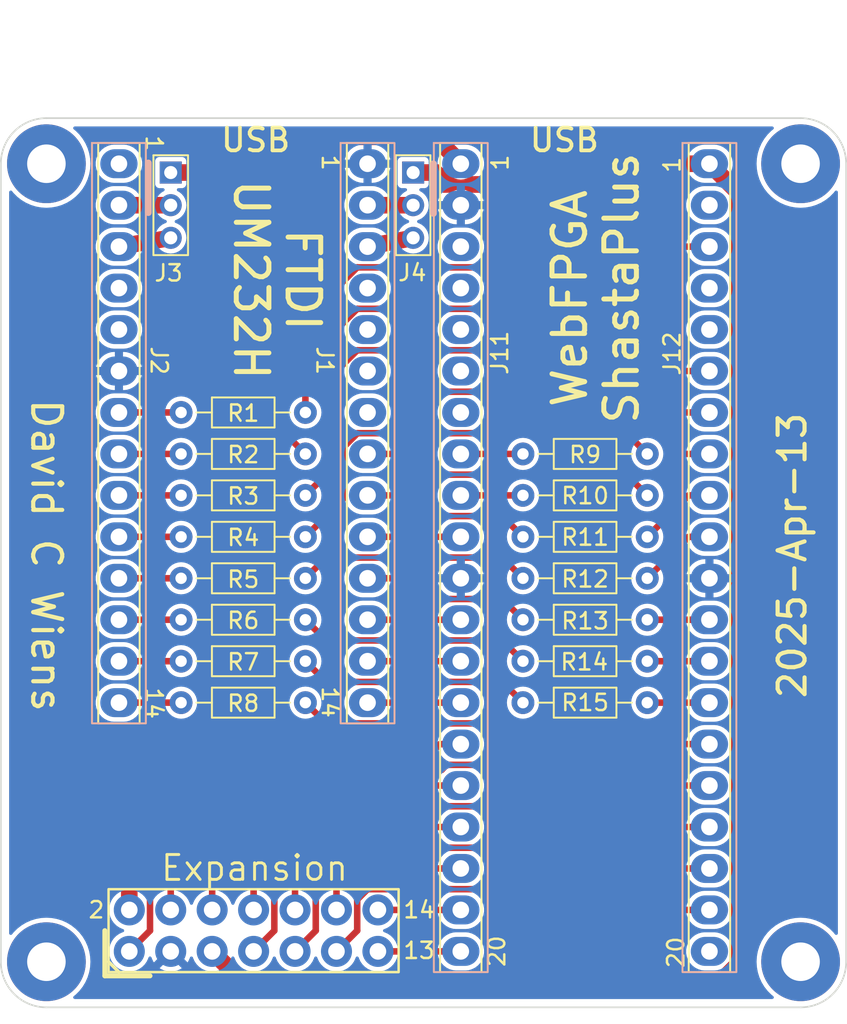
<source format=kicad_pcb>
(kicad_pcb (version 20221018) (generator pcbnew)

  (general
    (thickness 1.6)
  )

  (paper "A4")
  (layers
    (0 "F.Cu" signal)
    (31 "B.Cu" signal)
    (32 "B.Adhes" user "B.Adhesive")
    (33 "F.Adhes" user "F.Adhesive")
    (34 "B.Paste" user)
    (35 "F.Paste" user)
    (36 "B.SilkS" user "B.Silkscreen")
    (37 "F.SilkS" user "F.Silkscreen")
    (38 "B.Mask" user)
    (39 "F.Mask" user)
    (40 "Dwgs.User" user "User.Drawings")
    (41 "Cmts.User" user "User.Comments")
    (42 "Eco1.User" user "User.Eco1")
    (43 "Eco2.User" user "User.Eco2")
    (44 "Edge.Cuts" user)
    (45 "Margin" user)
    (46 "B.CrtYd" user "B.Courtyard")
    (47 "F.CrtYd" user "F.Courtyard")
    (48 "B.Fab" user)
    (49 "F.Fab" user)
    (50 "User.1" user)
    (51 "User.2" user)
    (52 "User.3" user)
    (53 "User.4" user)
    (54 "User.5" user)
    (55 "User.6" user)
    (56 "User.7" user)
    (57 "User.8" user)
    (58 "User.9" user)
  )

  (setup
    (pad_to_mask_clearance 0.0508)
    (solder_mask_min_width 0.0508)
    (pcbplotparams
      (layerselection 0x00010fc_ffffffff)
      (plot_on_all_layers_selection 0x0000000_00000000)
      (disableapertmacros false)
      (usegerberextensions false)
      (usegerberattributes true)
      (usegerberadvancedattributes true)
      (creategerberjobfile true)
      (dashed_line_dash_ratio 12.000000)
      (dashed_line_gap_ratio 3.000000)
      (svgprecision 4)
      (plotframeref false)
      (viasonmask false)
      (mode 1)
      (useauxorigin false)
      (hpglpennumber 1)
      (hpglpenspeed 20)
      (hpglpendiameter 15.000000)
      (dxfpolygonmode true)
      (dxfimperialunits true)
      (dxfusepcbnewfont true)
      (psnegative false)
      (psa4output false)
      (plotreference true)
      (plotvalue true)
      (plotinvisibletext false)
      (sketchpadsonfab false)
      (subtractmaskfromsilk false)
      (outputformat 1)
      (mirror false)
      (drillshape 1)
      (scaleselection 1)
      (outputdirectory "")
    )
  )

  (net 0 "")
  (net 1 "/VREGIN")
  (net 2 "/RST#")
  (net 3 "/AC9")
  (net 4 "/AC8")
  (net 5 "/AC7")
  (net 6 "/AC6")
  (net 7 "/AC5")
  (net 8 "/AC4")
  (net 9 "/AC3")
  (net 10 "/AC2")
  (net 11 "/AC1")
  (net 12 "/AC0")
  (net 13 "/SHLD")
  (net 14 "/VCCIO")
  (net 15 "/3V3-U")
  (net 16 "/PU2")
  (net 17 "/PU1")
  (net 18 "/AD0")
  (net 19 "/AD1")
  (net 20 "/AD2")
  (net 21 "/AD3")
  (net 22 "/AD4")
  (net 23 "/AD5")
  (net 24 "/AD6")
  (net 25 "/AD7")
  (net 26 "/3V3-F")
  (net 27 "/SPI-MISO")
  (net 28 "/CDONE")
  (net 29 "/CRESET")
  (net 30 "/SPI-CS")
  (net 31 "/SPI-MOSI")
  (net 32 "/USR03")
  (net 33 "/G3-USR04")
  (net 34 "/USR05")
  (net 35 "/USR06")
  (net 36 "/USR07")
  (net 37 "/USR08")
  (net 38 "/5V0-F")
  (net 39 "/SPI-CLK")
  (net 40 "/USR30")
  (net 41 "/RGB2")
  (net 42 "/RGB0")
  (net 43 "/USR27")
  (net 44 "/USR26")
  (net 45 "/USR25")
  (net 46 "/USR24")
  (net 47 "/USR23")
  (net 48 "/USR22")
  (net 49 "/USR21")
  (net 50 "/USR20")
  (net 51 "GND")
  (net 52 "/VBUS")
  (net 53 "/USR09")
  (net 54 "/USR10")
  (net 55 "/USR11")
  (net 56 "/USR12")
  (net 57 "/G0_USR13")
  (net 58 "/USR14")
  (net 59 "/USR19")
  (net 60 "/USR18")
  (net 61 "/G6_USR17")
  (net 62 "/G1_USR15")
  (net 63 "/NEO_OUT")
  (net 64 "/RGB1")

  (footprint "Resistor_THT:R_Axial_DIN0204_L3.6mm_D1.6mm_P7.62mm_Horizontal" (layer "F.Cu") (at 43.815 53.34 180))

  (footprint "Resistor_THT:R_Axial_DIN0204_L3.6mm_D1.6mm_P7.62mm_Horizontal" (layer "F.Cu") (at 43.815 45.72 180))

  (footprint "0_DCW_Library:Conn_2x7_hole40mil_pad60-75mil_pitch100mil" (layer "F.Cu") (at 40.64 74.93 90))

  (footprint "Resistor_THT:R_Axial_DIN0204_L3.6mm_D1.6mm_P7.62mm_Horizontal" (layer "F.Cu") (at 43.815 48.26 180))

  (footprint "Resistor_THT:R_Axial_DIN0204_L3.6mm_D1.6mm_P7.62mm_Horizontal" (layer "F.Cu") (at 57.15 60.96))

  (footprint "Resistor_THT:R_Axial_DIN0204_L3.6mm_D1.6mm_P7.62mm_Horizontal" (layer "F.Cu") (at 57.15 48.26))

  (footprint "Resistor_THT:R_Axial_DIN0204_L3.6mm_D1.6mm_P7.62mm_Horizontal" (layer "F.Cu") (at 57.15 53.34))

  (footprint "Resistor_THT:R_Axial_DIN0204_L3.6mm_D1.6mm_P7.62mm_Horizontal" (layer "F.Cu") (at 64.77 45.72 180))

  (footprint "Resistor_THT:R_Axial_DIN0204_L3.6mm_D1.6mm_P7.62mm_Horizontal" (layer "F.Cu") (at 43.815 58.42 180))

  (footprint "Resistor_THT:R_Axial_DIN0204_L3.6mm_D1.6mm_P7.62mm_Horizontal" (layer "F.Cu") (at 43.815 50.8 180))

  (footprint "0_DCW_Library:CON_1x20_hole40mil_pad60mil_pitch100mil" (layer "F.Cu") (at 68.58 52.07))

  (footprint "0_DCW_Library:MountingHole_hole93mil_pad190mil" (layer "F.Cu") (at 74.168 27.94))

  (footprint "Resistor_THT:R_Axial_DIN0204_L3.6mm_D1.6mm_P7.62mm_Horizontal" (layer "F.Cu") (at 43.815 43.18 180))

  (footprint "Connector_PinHeader_2.00mm:PinHeader_1x03_P2.00mm_Vertical" (layer "F.Cu") (at 50.419 28.48))

  (footprint "0_DCW_Library:CON_1x14_hole40mil_pad60mil_pitch100mil" (layer "F.Cu") (at 32.385 44.45))

  (footprint "0_DCW_Library:MountingHole_hole93mil_pad190mil" (layer "F.Cu") (at 27.94 76.835))

  (footprint "0_DCW_Library:MOD_EasyWEB-ShastaPlus" (layer "F.Cu") (at 60.96 44.45))

  (footprint "Resistor_THT:R_Axial_DIN0204_L3.6mm_D1.6mm_P7.62mm_Horizontal" (layer "F.Cu") (at 43.815 55.88 180))

  (footprint "Connector_PinHeader_2.00mm:PinHeader_1x03_P2.00mm_Vertical" (layer "F.Cu") (at 35.56 28.48))

  (footprint "Resistor_THT:R_Axial_DIN0204_L3.6mm_D1.6mm_P7.62mm_Horizontal" (layer "F.Cu") (at 43.815 60.96 180))

  (footprint "0_DCW_Library:MountingHole_hole93mil_pad190mil" (layer "F.Cu") (at 27.94 27.94))

  (footprint "0_DCW_Library:MountingHole_hole93mil_pad190mil" (layer "F.Cu") (at 74.168 76.835))

  (footprint "Resistor_THT:R_Axial_DIN0204_L3.6mm_D1.6mm_P7.62mm_Horizontal" (layer "F.Cu") (at 57.15 58.42))

  (footprint "Resistor_THT:R_Axial_DIN0204_L3.6mm_D1.6mm_P7.62mm_Horizontal" (layer "F.Cu") (at 57.15 55.88))

  (footprint "0_DCW_Library:CON_1x20_hole40mil_pad60mil_pitch100mil" (layer "F.Cu") (at 53.34 52.07))

  (footprint "0_DCW_Library:MOD_FTDI-UM232H" (layer "F.Cu") (at 40.005 44.4482))

  (footprint "0_DCW_Library:CON_1x14_hole40mil_pad60mil_pitch100mil" (layer "F.Cu") (at 47.625 44.45))

  (footprint "Resistor_THT:R_Axial_DIN0204_L3.6mm_D1.6mm_P7.62mm_Horizontal" (layer "F.Cu") (at 57.15 50.8))

  (gr_line (start 51.6636 27.94) (end 51.6636 30.988)
    (stroke (width 0.4064) (type default)) (layer "B.SilkS") (tstamp 7087776d-8778-4a49-a731-0318b51c21ca))
  (gr_line (start 34.1884 27.8892) (end 34.1884 30.9372)
    (stroke (width 0.4064) (type default)) (layer "B.SilkS") (tstamp c9ca4654-56a2-4514-a159-3a8a82039861))
  (gr_line (start 74.168 79.629) (end 27.94 79.629)
    (stroke (width 0.1016) (type default)) (layer "Edge.Cuts") (tstamp 686b7f70-15ea-4f3a-b4f0-dc76dfdb4450))
  (gr_line (start 76.962 27.94) (end 76.962 76.835)
    (stroke (width 0.1016) (type default)) (layer "Edge.Cuts") (tstamp a1b000bc-d107-48bd-a464-580352f821be))
  (gr_arc (start 27.94 79.629) (mid 25.964344 78.810656) (end 25.146 76.835)
    (stroke (width 0.1016) (type default)) (layer "Edge.Cuts") (tstamp a9ea9917-31c1-4de3-b4f3-415707ffafbe))
  (gr_arc (start 76.962 76.835) (mid 76.143657 78.810657) (end 74.168 79.629)
    (stroke (width 0.1016) (type default)) (layer "Edge.Cuts") (tstamp ad4f9124-13ba-4241-9a69-6cb189b5665a))
  (gr_arc (start 25.146 27.94) (mid 25.964344 25.964344) (end 27.94 25.146)
    (stroke (width 0.1016) (type default)) (layer "Edge.Cuts") (tstamp cf86406e-50e0-4f65-b811-3dc60cf1fd22))
  (gr_arc (start 74.168 25.146) (mid 76.143657 25.964343) (end 76.962 27.94)
    (stroke (width 0.1016) (type default)) (layer "Edge.Cuts") (tstamp df2908ea-ce70-48fb-9eec-784d4e36a195))
  (gr_line (start 25.146 76.835) (end 25.146 27.94)
    (stroke (width 0.1016) (type default)) (layer "Edge.Cuts") (tstamp e2d5981b-b437-4c95-9b52-428fb2abca9a))
  (gr_line (start 27.94 25.146) (end 74.168 25.146)
    (stroke (width 0.1016) (type default)) (layer "Edge.Cuts") (tstamp efa1a3e2-f4a0-4b6e-ba3a-783e1c73bcc9))
  (gr_text "2" (at 30.4292 73.66) (layer "F.SilkS") (tstamp 13698a10-5758-4bfc-a72f-177126258c67)
    (effects (font (size 1 1) (thickness 0.15)) (justify left))
  )
  (gr_text "2025-Apr-13" (at 73.66 51.943 90) (layer "F.SilkS") (tstamp 19e157e0-ffd8-4bed-a12e-42da24f42383)
    (effects (font (size 1.651 1.651) (thickness 0.254)))
  )
  (gr_text "UM232H" (at 40.4876 35.052 -90) (layer "F.SilkS") (tstamp 1d598f9e-e43f-4dad-b17e-c6504193c14c)
    (effects (font (size 2 2) (thickness 0.3048)))
  )
  (gr_text "ShastaPlus" (at 63.1952 35.56 90) (layer "F.SilkS") (tstamp 2185586c-8b4f-42c4-a46a-cc01f580ebfa)
    (effects (font (size 2 2) (thickness 0.3048)))
  )
  (gr_text "14" (at 45.339 61.976 -90) (layer "F.SilkS") (tstamp 24b69c31-cebc-49ef-8ef3-83090dafdaed)
    (effects (font (size 1 1) (thickness 0.15)) (justify right))
  )
  (gr_text "USB" (at 59.69 27.305) (layer "F.SilkS") (tstamp 34ab7776-4796-405d-b7de-821f6816b3e3)
    (effects (font (size 1.397 1.397) (thickness 0.2286) bold) (justify bottom))
  )
  (gr_text "20" (at 66.5226 75.2094 90) (layer "F.SilkS") (tstamp 483b403e-6db8-4229-bb81-279c9096a112)
    (effects (font (size 1 1) (thickness 0.15)) (justify right))
  )
  (gr_text "13" (at 49.7332 76.1492) (layer "F.SilkS") (tstamp 56b5991f-0db1-4d21-88b0-5582ae2e0c9d)
    (effects (font (size 1 1) (thickness 0.15)) (justify left))
  )
  (gr_text "1" (at 66.294 27.432 90) (layer "F.SilkS") (tstamp 6512ac54-3f8f-4df3-a51f-ff0aee80b98e)
    (effects (font (size 1 1) (thickness 0.15)) (justify right))
  )
  (gr_text "FTDI" (at 43.6626 35.052 -90) (layer "F.SilkS") (tstamp 6c3a07c2-50d5-433c-a6bb-e7503196f95b)
    (effects (font (size 2 2) (thickness 0.3048)))
  )
  (gr_text "1" (at 55.753 28.448 90) (layer "F.SilkS") (tstamp 813a749f-8892-4452-9863-2236b8f6cd34)
    (effects (font (size 1 1) (thickness 0.15)) (justify left))
  )
  (gr_text "14" (at 34.544 59.944 -90) (layer "F.SilkS") (tstamp 86d881c2-330e-4ca5-baf9-76b8f04c36a1)
    (effects (font (size 1 1) (thickness 0.15)) (justify left))
  )
  (gr_text "1" (at 45.339 28.448 -90) (layer "F.SilkS") (tstamp 8e94c868-874c-4f57-b040-638950370487)
    (effects (font (size 1 1) (thickness 0.15)) (justify right))
  )
  (gr_text "WebFPGA" (at 60.0202 36.195 90) (layer "F.SilkS") (tstamp 91cdfa1b-595e-4df6-a946-8be26ea98e45)
    (effects (font (size 2 2) (thickness 0.3048)))
  )
  (gr_text "David C Wiens" (at 27.94 51.943 -90) (layer "F.SilkS") (tstamp 91f8bf9e-7218-4692-aa6c-1f5c71a7b168)
    (effects (font (size 1.778 1.778) (thickness 0.254)))
  )
  (gr_text "USB" (at 40.767 27.305) (layer "F.SilkS") (tstamp 9dd3f63f-a44d-4771-9558-7696acf7c465)
    (effects (font (size 1.397 1.397) (thickness 0.2286) bold) (justify bottom))
  )
  (gr_text "20" (at 55.5498 77.2414 90) (layer "F.SilkS") (tstamp a615ff3b-e867-41e0-ac0f-a398f0174563)
    (effects (font (size 1 1) (thickness 0.15)) (justify left))
  )
  (gr_text "Expansion" (at 34.8488 71.9836) (layer "F.SilkS") (tstamp c2b4b248-2c35-4157-98f1-aad50e567645)
    (effects (font (size 1.524 1.524) (thickness 0.1778)) (justify left bottom))
  )
  (gr_text "1" (at 34.544 26.1112 -90) (layer "F.SilkS") (tstamp e2ef1350-d685-4374-aedc-da4888857d72)
    (effects (font (size 1 1) (thickness 0.15)) (justify left))
  )
  (gr_text "14" (at 49.7332 73.66) (layer "F.SilkS") (tstamp fb62c186-a1c4-4060-b869-237e15bee342)
    (effects (font (size 1 1) (thickness 0.15)) (justify left))
  )

  (segment (start 50.419 30.48) (end 47.625 30.48) (width 1.016) (layer "F.Cu") (net 1) (tstamp ecd10211-a4dc-4884-9510-231a91075fa4))
  (segment (start 51.435 44.45) (end 50.165 45.72) (width 0.4) (layer "F.Cu") (net 6) (tstamp 12b3f6d0-aa61-448c-b5ad-f81b5d8b169e))
  (segment (start 64.77 45.72) (end 63.5 44.45) (width 0.4) (layer "F.Cu") (net 6) (tstamp 29907bae-6209-4b27-abb5-98bc8e2a6711))
  (segment (start 50.165 45.72) (end 47.625 45.72) (width 0.4) (layer "F.Cu") (net 6) (tstamp a3dd724d-fe37-4a5b-b7e6-3fb9222e20fe))
  (segment (start 63.5 44.45) (end 51.435 44.45) (width 0.4) (layer "F.Cu") (net 6) (tstamp e5ba7b7e-1ef4-44ff-bf18-5594264140b1))
  (segment (start 63.5 46.99) (end 64.77 48.26) (width 0.4) (layer "F.Cu") (net 7) (tstamp a34498d1-07aa-464b-93ff-16bb3612c74d))
  (segment (start 47.625 48.26) (end 50.165 48.26) (width 0.4) (layer "F.Cu") (net 7) (tstamp bfdf1b4e-c3f9-4b23-8cfd-bc5fff6da58a))
  (segment (start 50.165 48.26) (end 51.435 46.99) (width 0.4) (layer "F.Cu") (net 7) (tstamp d69beceb-81ac-4cd7-87ce-66f1b4292a28))
  (segment (start 51.435 46.99) (end 63.5 46.99) (width 0.4) (layer "F.Cu") (net 7) (tstamp ea707615-82e7-4696-8f8a-deb7333db31e))
  (segment (start 47.625 50.8) (end 50.165 50.8) (width 0.4) (layer "F.Cu") (net 8) (tstamp 03ec327d-f94e-4571-9051-ad0f998416aa))
  (segment (start 55.88 49.53) (end 57.15 50.8) (width 0.4) (layer "F.Cu") (net 8) (tstamp 3a3aaac3-4df1-4295-b298-4b2efe6192ff))
  (segment (start 51.435 49.53) (end 55.88 49.53) (width 0.4) (layer "F.Cu") (net 8) (tstamp 648f4665-97a7-4d27-bfd7-e319899fe950))
  (segment (start 50.165 50.8) (end 51.435 49.53) (width 0.4) (layer "F.Cu") (net 8) (tstamp ba8425f9-8674-4b0c-b379-e69b4e745581))
  (segment (start 50.165 53.34) (end 51.435 52.07) (width 0.4) (layer "F.Cu") (net 9) (tstamp 2b26eb5f-1217-4e64-aada-32efef397750))
  (segment (start 47.625 53.34) (end 50.165 53.34) (width 0.4) (layer "F.Cu") (net 9) (tstamp 44b0fac4-49dd-47df-a2c6-4c49d656ce58))
  (segment (start 55.88 52.07) (end 57.15 53.34) (width 0.4) (layer "F.Cu") (net 9) (tstamp 8018eeaa-0faf-4ce0-9170-88eb097f357e))
  (segment (start 51.435 52.07) (end 55.88 52.07) (width 0.4) (layer "F.Cu") (net 9) (tstamp a8b70887-0d10-4043-a3ce-1142542d8116))
  (segment (start 50.165 55.88) (end 51.435 54.61) (width 0.4) (layer "F.Cu") (net 10) (tstamp 095394da-28f6-4116-b72a-9036796491ae))
  (segment (start 55.88 54.61) (end 57.15 55.88) (width 0.4) (layer "F.Cu") (net 10) (tstamp 2776efa9-4f64-4788-85fc-22f99b3a436b))
  (segment (start 47.625 55.88) (end 50.165 55.88) (width 0.4) (layer "F.Cu") (net 10) (tstamp f1000383-6673-4063-9fe8-a99af25cf4c3))
  (segment (start 51.435 54.61) (end 55.88 54.61) (width 0.4) (layer "F.Cu") (net 10) (tstamp fb1a40a9-6c9e-47b3-b1cb-77a1158c7279))
  (segment (start 47.625 58.42) (end 50.165 58.42) (width 0.4) (layer "F.Cu") (net 11) (tstamp 27bb9547-e865-42c9-a08c-7e6db73dc9e1))
  (segment (start 55.88 57.15) (end 57.15 58.42) (width 0.4) (layer "F.Cu") (net 11) (tstamp 46369d2c-e073-43dd-aa69-4727681f8b3c))
  (segment (start 50.165 58.42) (end 51.435 57.15) (width 0.4) (layer "F.Cu") (net 11) (tstamp 74c98145-0169-4c79-994e-32b8747c72c7))
  (segment (start 51.435 57.15) (end 55.88 57.15) (width 0.4) (layer "F.Cu") (net 11) (tstamp b23ccaa6-a2b5-4ca3-8000-a200c82c8422))
  (segment (start 47.625 60.96) (end 50.165 60.96) (width 0.4) (layer "F.Cu") (net 12) (tstamp 6bb3bc4b-c47b-4eb8-8f68-7e29c050cafb))
  (segment (start 51.435 59.69) (end 55.88 59.69) (width 0.4) (layer "F.Cu") (net 12) (tstamp 78a721aa-83a9-4bbd-b79d-e24a18a64c6e))
  (segment (start 55.88 59.69) (end 57.15 60.96) (width 0.4) (layer "F.Cu") (net 12) (tstamp b51b0eea-b63f-4a36-bc79-96caa02e7293))
  (segment (start 50.165 60.96) (end 51.435 59.69) (width 0.4) (layer "F.Cu") (net 12) (tstamp b98ca60c-0d63-46b3-a457-9f6f402dc619))
  (segment (start 35.56 30.48) (end 32.385 30.48) (width 1.016) (layer "F.Cu") (net 14) (tstamp 1e722d9d-5956-4668-919d-c64c00ab1934))
  (segment (start 35.56 32.48) (end 32.385 33.02) (width 1.016) (layer "F.Cu") (net 15) (tstamp 10d9f4ac-04eb-4fbe-9631-282cd8b8f715))
  (segment (start 32.385 43.18) (end 36.195 43.18) (width 0.4) (layer "F.Cu") (net 18) (tstamp fa21827f-27ef-4313-9a31-6baeac5bb7e2))
  (segment (start 32.385 45.72) (end 36.195 45.72) (width 0.4) (layer "F.Cu") (net 19) (tstamp 501987de-6c58-4725-8939-4093fed80177))
  (segment (start 36.195 48.26) (end 32.385 48.26) (width 0.4) (layer "F.Cu") (net 20) (tstamp 435f545a-fc52-45b3-83a6-00341c8152fc))
  (segment (start 36.195 50.8) (end 32.385 50.8) (width 0.4) (layer "F.Cu") (net 21) (tstamp 050ea19a-ee6d-4a29-bbde-2ef8e475400c))
  (segment (start 36.195 53.34) (end 32.385 53.34) (width 0.4) (layer "F.Cu") (net 22) (tstamp a27ec46d-7725-4766-a377-09b975f9be92))
  (segment (start 36.195 55.88) (end 32.385 55.88) (width 0.4) (layer "F.Cu") (net 23) (tstamp 8b4f95b6-678b-41fd-8a64-e295201125f4))
  (segment (start 36.195 58.42) (end 32.385 58.42) (width 0.4) (layer "F.Cu") (net 24) (tstamp 5a2344ad-59ba-4ec8-ae2b-601bb5fdc6bb))
  (segment (start 36.195 60.96) (end 32.385 60.96) (width 0.4) (layer "F.Cu") (net 25) (tstamp ca587537-17eb-443b-9880-4b7d64c92e9d))
  (segment (start 51.735567 26.289) (end 53.34 27.893433) (width 1.016) (layer "F.Cu") (net 26) (tstamp 2530a892-0d3a-45b0-a131-3903b65dc2b9))
  (segment (start 41.148 28.48) (end 41.148 60.452) (width 1.016) (layer "F.Cu") (net 26) (tstamp 25c666b5-6cde-4f9c-a954-834b3f41fcf0))
  (segment (start 41.148 28.48) (end 41.148 28.448) (width 1.016) (layer "F.Cu") (net 26) (tstamp 28860215-39dc-4d6a-9ed3-4354ddcfb651))
  (segment (start 41.148 28.448) (end 43.307 26.289) (width 1.016) (layer "F.Cu") (net 26) (tstamp 37f9e4a5-3d2e-4ca1-9c01-eb8a00901925))
  (segment (start 43.307 26.289) (end 51.735567 26.289) (width 1.016) (layer "F.Cu") (net 26) (tstamp 3c56153f-ef5e-4950-b874-644d5c919fa5))
  (segment (start 33.02 68.58) (end 33.02 73.66) (width 1.016) (layer "F.Cu") (net 26) (tstamp 3e668902-d1d8-46df-8ed2-ae1fddeefd7b))
  (segment (start 53.34 27.893433) (end 53.34 27.94) (width 1.016) (layer "F.Cu") (net 26) (tstamp b76fd991-d75d-4267-b53a-b074bd011440))
  (segment (start 41.148 60.452) (end 33.02 68.58) (width 1.016) (layer "F.Cu") (net 26) (tstamp db89839c-dd14-4473-9f77-efbe28645be3))
  (segment (start 35.56 28.48) (end 41.148 28.48) (width 1.016) (layer "F.Cu") (net 26) (tstamp dcb05cb3-4092-45dc-8a85-32ef327c12c0))
  (segment (start 57.15 45.72) (end 53.34 45.72) (width 0.4) (layer "F.Cu") (net 32) (tstamp 23ae96dc-639a-4097-a7b0-82b511be16f5))
  (segment (start 53.34 48.26) (end 57.15 48.26) (width 0.4) (layer "F.Cu") (net 33) (tstamp 461ea27e-e1de-4eac-9ce4-dcfac4882775))
  (segment (start 45.085 52.07) (end 43.815 53.34) (width 0.4) (layer "F.Cu") (net 34) (tstamp 04c3159b-c182-4d8d-8ed6-adae52302341))
  (segment (start 50.165 52.07) (end 45.085 52.07) (width 0.4) (layer "F.Cu") (net 34) (tstamp 073d645c-f98b-4cb4-b35a-fb2828d7ee6d))
  (segment (start 53.34 50.8) (end 51.435 50.8) (width 0.4) (layer "F.Cu") (net 34) (tstamp 80fdb410-a07f-40b4-87e9-8f2139bbbe74))
  (segment (start 51.435 50.8) (end 50.165 52.07) (width 0.4) (layer "F.Cu") (net 34) (tstamp 88245dda-6863-43ed-b6fb-1f502b6679ee))
  (segment (start 50.165 57.15) (end 51.435 55.88) (width 0.4) (layer "F.Cu") (net 35) (tstamp 4c44891f-06dd-4c7a-8ba1-209c310c182d))
  (segment (start 51.435 55.88) (end 53.34 55.88) (width 0.4) (layer "F.Cu") (net 35) (tstamp 5e32055b-e4cc-4256-baba-68003995d0ae))
  (segment (start 50.165 57.15) (end 45.085 57.15) (width 0.4) (layer "F.Cu") (net 35) (tstamp 9e9bb660-b24b-4e86-88c9-44655cd8ac66))
  (segment (start 45.085 57.15) (end 43.815 55.88) (width 0.4) (layer "F.Cu") (net 35) (tstamp cf3e383e-ef41-4211-a116-71c7a0028a4d))
  (segment (start 51.435 58.42) (end 53.34 58.42) (width 0.4) (layer "F.Cu") (net 36) (tstamp 0afcd6d6-c50b-4121-acc2-23a7b4f6d431))
  (segment (start 50.165 59.69) (end 45.085 59.69) (width 0.4) (layer "F.Cu") (net 36) (tstamp 59a96ae2-397a-4de8-afc6-d70c2dbab904))
  (segment (start 45.085 59.69) (end 43.815 58.42) (width 0.4) (layer "F.Cu") (net 36) (tstamp 7104b951-5a17-4432-b58f-3d4076962a56))
  (segment (start 50.165 59.69) (end 51.435 58.42) (width 0.4) (layer "F.Cu") (net 36) (tstamp 8c012b66-2114-46d0-9c62-1c11d5ed7f07))
  (segment (start 50.165 62.23) (end 51.435 60.96) (width 0.4) (layer "F.Cu") (net 37) (tstamp 0fae0351-69d4-4e29-847a-c20d9b69559e))
  (segment (start 50.165 62.23) (end 45.085 62.23) (width 0.4) (layer "F.Cu") (net 37) (tstamp 44b386b1-67cf-4c5f-a2ce-c92eb03bbd66))
  (segment (start 51.435 60.96) (end 53.34 60.96) (width 0.4) (layer "F.Cu") (net 37) (tstamp 4d9447a5-b650-4492-b9c5-3e04d162e658))
  (segment (start 45.085 62.23) (end 43.815 60.96) (width 0.4) (layer "F.Cu") (net 37) (tstamp 8f70451d-cacc-4d55-b5df-4fb430f0d580))
  (segment (start 58.42 27.94) (end 57.15 29.21) (width 1.016) (layer "F.Cu") (net 38) (tstamp 19822b3e-ac00-4fb9-8e72-9f6a96ca3c5c))
  (segment (start 50.419 28.48) (end 51.594 28.48) (width 1.016) (layer "F.Cu") (net 38) (tstamp 219fd9c4-9206-430a-83f3-7708d4062424))
  (segment (start 68.58 27.94) (end 70.358 29.718) (width 1.016) (layer "F.Cu") (net 38) (tstamp 25ff3c93-ef59-463b-815e-d270270918d4))
  (segment (start 57.15 29.21) (end 54.229 29.21) (width 1.016) (layer "F.Cu") (net 38) (tstamp 2d620ffc-07fc-48b0-81ab-c44bac1a9380))
  (segment (start 69.342 77.978) (end 39.878 77.978) (width 1.016) (layer "F.Cu") (net 38) (tstamp 3519c5ff-e1f2-48e6-ab24-3bec91581b6b))
  (segment (start 39.878 77.978) (end 38.1 76.2) (width 1.016) (layer "F.Cu") (net 38) (tstamp 68c62ad8-c17c-482c-8f3f-818171d5f980))
  (segment (start 70.358 29.718) (end 70.358 76.962) (width 1.016) (layer "F.Cu") (net 38) (tstamp b02e3dd4-c8a2-4246-be89-72f36e32e9d2))
  (segment (start 70.358 76.962) (end 69.342 77.978) (width 1.016) (layer "F.Cu") (net 38) (tstamp b6137689-d9ea-46e6-a0ee-3bc208db2231))
  (segment (start 68.58 27.94) (end 58.42 27.94) (width 1.016) (layer "F.Cu") (net 38) (tstamp c268f534-4256-4701-93b1-0c05f6d1c0d4))
  (segment (start 54.229 29.21) (end 52.324 29.21) (width 0.4572) (layer "F.Cu") (net 38) (tstamp c6606e14-ca4c-4330-b6a4-cd0dd51216ff))
  (segment (start 51.594 28.48) (end 52.324 29.21) (width 1.016) (layer "F.Cu") (net 38) (tstamp fba733fb-0659-470e-ad2f-a7335c1643f1))
  (segment (start 42.545 44.45) (end 42.545 38.735) (width 0.4) (layer "F.Cu") (net 40) (tstamp 1647947a-eec7-4d8b-b04a-7decb24e29fe))
  (segment (start 46.99 34.29) (end 62.2935 34.29) (width 0.4) (layer "F.Cu") (net 40) (tstamp a355030f-14c1-4044-94b3-f4fc50aec8fb))
  (segment (start 42.545 38.735) (end 46.99 34.29) (width 0.4) (layer "F.Cu") (net 40) (tstamp b7662a32-96f3-4d90-998b-12035ae4b12c))
  (segment (start 63.5635 33.02) (end 68.58 33.02) (width 0.4) (layer "F.Cu") (net 40) (tstamp cf247a75-b05d-4c50-a174-b5973b06dc84))
  (segment (start 43.815 45.72) (end 42.545 44.45) (width 0.4) (layer "F.Cu") (net 40) (tstamp e30f89ff-6fbb-4351-8638-42937802ba0a))
  (segment (start 62.2935 34.29) (end 63.5635 33.02) (width 0.4) (layer "F.Cu") (net 40) (tstamp f0bc0557-d9a3-40bc-a745-37c951294620))
  (segment (start 46.99 36.83) (end 43.815 40.005) (width 0.4) (layer "F.Cu") (net 43) (tstamp 18c872ab-1b46-4e35-b75b-2476e02ec78f))
  (segment (start 66.675 40.64) (end 62.865 36.83) (width 0.4) (layer "F.Cu") (net 43) (tstamp 1a230011-332d-4895-9fa1-6b82d701284e))
  (segment (start 43.815 40.005) (end 43.815 43.18) (width 0.4) (layer "F.Cu") (net 43) (tstamp 267c281d-ff4d-44d6-b23e-6be8c7d08e20))
  (segment (start 62.865 36.83) (end 46.99 36.83) (width 0.4) (layer "F.Cu") (net 43) (tstamp 63366ef0-61f6-4a69-b536-205616f6457c))
  (segment (start 68.58 40.64) (end 66.675 40.64) (width 0.4) (layer "F.Cu") (net 43) (tstamp 97df9819-094f-4da3-a9d1-fd64a395fc84))
  (segment (start 46.99 39.37) (end 45.212 41.148) (width 0.4) (layer "F.Cu") (net 44) (tstamp 127f2c65-f266-4410-9271-920204d131e1))
  (segment (start 66.732888 43.18) (end 62.922888 39.37) (width 0.4) (layer "F.Cu") (net 44) (tstamp 21dec9d3-74cf-4ed5-abd2-61efa07d84b5))
  (segment (start 68.58 43.18) (end 66.732888 43.18) (width 0.4) (layer "F.Cu") (net 44) (tstamp 22be568b-c832-46e3-b6a0-6ca2cac5d3a9))
  (segment (start 62.922888 39.37) (end 46.99 39.37) (width 0.4) (layer "F.Cu") (net 44) (tstamp a03927ae-5b64-4ff1-95b0-6906a884e091))
  (segment (start 45.212 46.863) (end 43.815 48.26) (width 0.4) (layer "F.Cu") (net 44) (tstamp ba05f26d-435d-4b18-8dbd-d92e6c525d58))
  (segment (start 45.212 41.148) (end 45.212 46.863) (width 0.4) (layer "F.Cu") (net 44) (tstamp e4b7cd8a-ecd6-4496-960c-f0030fc514ba))
  (segment (start 63.0428 41.91) (end 51.435 41.91) (width 0.4) (layer "F.Cu") (net 45) (tstamp 19d70c5e-6133-4c6c-a9b8-c4420cdcbb23))
  (segment (start 51.435 41.91) (end 48.895 44.45) (width 0.4) (layer "F.Cu") (net 45) (tstamp 2750215d-c3d0-47db-a275-34a748751bcb))
  (segment (start 46.101 48.514) (end 43.815 50.8) (width 0.4) (layer "F.Cu") (net 45) (tstamp 470fc04f-3eae-46df-8656-efc8f4f9adf3))
  (segment (start 68.58 45.72) (end 66.8528 45.72) (width 0.4) (layer "F.Cu") (net 45) (tstamp 50915f79-efa1-4fee-98a2-45c6008fe66a))
  (segment (start 47.006535 44.45) (end 46.101 45.355535) (width 0.4) (layer "F.Cu") (net 45) (tstamp 5401c16d-f2ad-4127-8f15-8767364a620f))
  (segment (start 46.101 45.355535) (end 46.101 48.514) (width 0.4) (layer "F.Cu") (net 45) (tstamp 68c50bb9-21a7-40d7-a3e7-1e89bf4e40e2))
  (segment (start 66.8528 45.72) (end 63.0428 41.91) (width 0.4) (layer "F.Cu") (net 45) (tstamp 72908cbc-05fc-443b-b27c-150b9bc35457))
  (segment (start 48.895 44.45) (end 47.006535 44.45) (width 0.4) (layer "F.Cu") (net 45) (tstamp e0c9e648-52fa-4eb3-8353-a497181939c3))
  (segment (start 67.31 48.26) (end 64.77 50.8) (width 0.4) (layer "F.Cu") (net 46) (tstamp 11a5f202-c8d1-4a50-9ba0-b3dc6195c8bc))
  (segment (start 68.58 48.26) (end 67.31 48.26) (width 0.4) (layer "F.Cu") (net 46) (tstamp bc1a8a70-54ef-4c9d-9c1b-31d251a14132))
  (segment (start 67.31 50.8) (end 64.77 53.34) (width 0.4) (layer "F.Cu") (net 47) (tstamp 14176784-d8b7-485b-9819-68e97c6ac1fc))
  (segment (start 68.58 50.8) (end 67.31 50.8) (width 0.4) (layer "F.Cu") (net 47) (tstamp 76de305c-0797-4938-86f0-967e89f664b7))
  (segment (start 68.58 55.88) (end 64.77 55.88) (width 0.4) (layer "F.Cu") (net 48) (tstamp a17eedad-37eb-4084-8c7a-f79591c1cb08))
  (segment (start 68.58 58.42) (end 64.77 58.42) (width 0.4) (layer "F.Cu") (net 49) (tstamp 3098f14a-f6dd-4d25-811f-37606a2e0363))
  (segment (start 68.58 60.96) (end 64.77 60.96) (width 0.4) (layer "F.Cu") (net 50) (tstamp dfadc56c-591b-43ab-9824-7d2072678134))
  (segment (start 50.419 32.48) (end 47.625 33.02) (width 1.016) (layer "F.Cu") (net 52) (tstamp 7a23c737-4db6-46b0-9ead-52b962556085))
  (segment (start 35.56 71.0184) (end 35.56 73.66) (width 0.4) (layer "F.Cu") (net 53) (tstamp 28a9dd7f-e9e4-4dde-8f88-5c9fde74027c))
  (segment (start 51.435 64.135) (end 42.4434 64.135) (width 0.4) (layer "F.Cu") (net 53) (tstamp 2e5fdaa0-77e7-4a02-92c0-f6de38a6d4cf))
  (segment (start 42.4434 64.135) (end 35.56 71.0184) (width 0.4) (layer "F.Cu") (net 53) (tstamp 40ea0e62-d95d-4034-bd27-8e0488532d71))
  (segment (start 52.07 63.5) (end 51.435 64.135) (width 0.4) (layer "F.Cu") (net 53) (tstamp 90ca53a1-16d5-4774-82ef-f2eacf2d6046))
  (segment (start 53.34 63.5) (end 52.07 63.5) (width 0.4) (layer "F.Cu") (net 53) (tstamp da3c7677-e007-43b7-999c-7ade5629b74b))
  (segment (start 44.45 66.04) (end 40.64 69.85) (width 0.4) (layer "F.Cu") (net 54) (tstamp c1ef1cc5-f4ec-451b-a20f-ebc90b8217b5))
  (segment (start 40.64 69.85) (end 40.64 73.66) (width 0.4) (layer "F.Cu") (net 54) (tstamp c325b9db-7cb8-46d9-981d-3d93dd2a4d6a))
  (segment (start 53.34 66.04) (end 44.45 66.04) (width 0.4) (layer "F.Cu") (net 54) (tstamp fb47ae38-4ad4-4f3b-9fae-da873ab217a1))
  (segment (start 53.34 68.58) (end 45.72 68.58) (width 0.4) (layer "F.Cu") (net 55) (tstamp 51e94a2d-fe4c-4201-ac17-f28a92125b9d))
  (segment (start 43.18 71.12) (end 43.18 73.66) (width 0.4) (layer "F.Cu") (net 55) (tstamp a72aabe7-ef1b-4430-bd6f-0774ee6b9a6e))
  (segment (start 45.72 68.58) (end 43.18 71.12) (width 0.4) (layer "F.Cu") (net 55) (tstamp fbe0dd91-d40b-48e5-b42c-dcf2cf4489e3))
  (segment (start 45.72 72.263) (end 45.72 73.66) (width 0.4) (layer "F.Cu") (net 56) (tstamp 21167bb8-90b3-4722-baa7-96089002ece3))
  (segment (start 46.863 71.12) (end 45.72 72.263) (width 0.4) (layer "F.Cu") (net 56) (tstamp 8db5a471-dfea-4b20-a1c6-8d6602a96538))
  (segment (start 53.34 71.12) (end 46.863 71.12) (width 0.4) (layer "F.Cu") (net 56) (tstamp c98ce23f-e0ea-4754-901d-768a4c19414e))
  (segment (start 53.34 73.66) (end 48.26 73.66) (width 0.4) (layer "F.Cu") (net 57) (tstamp 502e57fb-c476-4465-80b3-a8e5ee29fdc0))
  (segment (start 53.34 76.2) (end 48.26 76.2) (width 0.4) (layer "F.Cu") (net 58) (tstamp c61028c2-21d4-49a6-8802-6d42f84b6c03))
  (segment (start 34.29 70.358) (end 34.29 74.93) (width 0.4) (layer "F.Cu") (net 59) (tstamp 157e2a2a-a359-4cf7-b886-d8d22d1c0807))
  (segment (start 34.29 74.93) (end 33.02 76.2) (width 0.4) (layer "F.Cu") (net 59) (tstamp 4aa6f311-6f52-429d-9d40-ed45e2765db7))
  (segment (start 50.8508 63.1952) (end 41.4528 63.1952) (width 0.4) (layer "F.Cu") (net 59) (tstamp 4f52f2dd-df21-4ab8-8891-28ce9072c4a6))
  (segment (start 55.88 62.23) (end 51.816 62.23) (width 0.4) (layer "F.Cu") (net 59) (tstamp 89ac0828-bdd8-4e63-9d4a-5e3032188820))
  (segment (start 51.816 62.23) (end 50.8508 63.1952) (width 0.4) (layer "F.Cu") (net 59) (tstamp daecd87f-2402-48bb-9ae0-dbebdace36a6))
  (segment (start 41.4528 63.1952) (end 34.29 70.358) (width 0.4) (layer "F.Cu") (net 59) (tstamp e5764d05-7543-4e0d-9e78-5269436a345e))
  (segment (start 57.15 63.5) (end 55.88 62.23) (width 0.4) (layer "F.Cu") (net 59) (tstamp ef04b1f1-2443-41c9-a18c-a02a0edab5a0))
  (segment (start 68.58 63.5) (end 57.15 63.5) (width 0.4) (layer "F.Cu") (net 59) (tstamp f26c1b23-5a46-49cd-be8b-02aeee91c529))
  (segment (start 52.4764 64.77) (end 52.1716 65.0748) (width 0.4) (layer "F.Cu") (net 60) (tstamp 01f28b34-ae7f-4547-9c14-211d12308898))
  (segment (start 55.88 64.77) (end 52.4764 64.77) (width 0.4) (layer "F.Cu") (net 60) (tstamp 1192f2bd-47dd-464b-a102-1c0865ee62bb))
  (segment (start 38.1 70.4088) (end 38.1 73.66) (width 0.4) (layer "F.Cu") (net 60) (tstamp 162f4e13-2741-430c-8ca3-012a0a901307))
  (segment (start 68.58 66.04) (end 57.15 66.04) (width 0.4) (layer "F.Cu") (net 60) (tstamp a6317842-02e6-4186-abaf-7925761d2334))
  (segment (start 52.1716 65.0748) (end 43.434 65.0748) (width 0.4) (layer "F.Cu") (net 60) (tstamp ad08ae35-0472-4437-a794-f9f602d7c9a9))
  (segment (start 57.15 66.04) (end 55.88 64.77) (width 0.4) (layer "F.Cu") (net 60) (tstamp d4bdf42c-e776-4090-87de-0b71628ee16d))
  (segment (start 43.434 65.0748) (end 38.1 70.4088) (width 0.4) (layer "F.Cu") (net 60) (tstamp f985aaa1-c378-4937-8133-636e2fc453b1))
  (segment (start 68.58 68.58) (end 57.15 68.58) (width 0.4) (layer "F.Cu") (net 61) (tstamp 48161bfb-0c9b-45d5-855c-463c795af1a2))
  (segment (start 55.88 67.31) (end 45.085 67.31) (width 0.4) (layer "F.Cu") (net 61) (tstamp 4ea4d27a-2dcf-4cf1-93e3-951b812dc804))
  (segment (start 41.91 70.485) (end 41.91 74.93) (width 0.4) (layer "F.Cu") (net 61) (tstamp 6aaf8c66-6d9d-4216-9310-a876810ae746))
  (segment (start 45.085 67.31) (end 41.91 70.485) (width 0.4) (layer "F.Cu") (net 61) (tstamp 8c09c8a3-5bc2-4505-8464-5181cf6ed5be))
  (segment (start 57.15 68.58) (end 55.88 67.31) (width 0.4) (layer "F.Cu") (net 61) (tstamp b985cf3a-5c6b-460e-b833-f2c5f39a665e))
  (segment (start 41.91 74.93) (end 40.64 76.2) (width 0.4) (layer "F.Cu") (net 61) (tstamp e4ffc6d7-eab8-484d-8bdb-220346e298ed))
  (segment (start 55.88 72.39) (end 47.625 72.39) (width 0.4) (layer "F.Cu") (net 62) (tstamp 1511c54d-8377-43f8-a499-2e758de812a5))
  (segment (start 46.99 74.93) (end 45.72 76.2) (width 0.4) (layer "F.Cu") (net 62) (tstamp 61301bb4-83c9-4703-a551-51542e1bac27))
  (segment (start 47.625 72.39) (end 46.99 73.025) (width 0.4) (layer "F.Cu") (net 62) (tstamp bd726c0b-8ab1-4527-a593-6e30018279e0))
  (segment (start 68.58 73.66) (end 57.15 73.66) (width 0.4) (layer "F.Cu") (net 62) (tstamp d0385989-8f7a-4c94-bb57-f283dba75cf6))
  (segment (start 46.99 73.025) (end 46.99 74.93) (width 0.4) (layer "F.Cu") (net 62) (tstamp d4707029-1e20-4bba-8ba4-45ab77b71223))
  (segment (start 57.15 73.66) (end 55.88 72.39) (width 0.4) (layer "F.Cu") (net 62) (tstamp eb869e67-e253-4ac5-b36b-95a8dd2212f8))
  (segment (start 55.88 69.85) (end 46.355 69.85) (width 0.4) (layer "F.Cu") (net 64) (tstamp 1d0b0d5e-fd52-45c2-a7cf-7dfc49c3af6e))
  (segment (start 44.45 74.93) (end 43.18 76.2) (width 0.4) (layer "F.Cu") (net 64) (tstamp 27eb202d-3e79-4226-947d-d042e4c4566c))
  (segment (start 57.15 71.12) (end 55.88 69.85) (width 0.4) (layer "F.Cu") (net 64) (tstamp 34ad65d6-1d5b-4184-a36c-83848f354fd2))
  (segment (start 68.58 71.12) (end 57.15 71.12) (width 0.4) (layer "F.Cu") (net 64) (tstamp 99e96912-d246-400a-b671-1982c91b6cab))
  (segment (start 46.355 69.85) (end 44.45 71.755) (width 0.4) (layer "F.Cu") (net 64) (tstamp a970107d-a2ad-4b6d-a95e-4e229ca487d2))
  (segment (start 44.45 71.755) (end 44.45 74.93) (width 0.4) (layer "F.Cu") (net 64) (tstamp eec9fc8c-8587-4e2b-aa5d-df5dd8d08e0c))

  (zone (net 38) (net_name "/5V0-F") (layer "F.Cu") (tstamp 3aa86a58-5fa1-47b9-87f5-b469e6e372d9) (hatch edge 0.5)
    (priority 1)
    (connect_pads yes (clearance 0.2032))
    (min_thickness 0.2032) (filled_areas_thickness no)
    (fill yes (thermal_gap 0.5) (thermal_bridge_width 0.5))
    (polygon
      (pts
        (xy 52.07 29.6418)
        (xy 52.2986 29.718)
        (xy 54.6354 29.718)
        (xy 54.6354 28.702)
        (xy 52.7304 28.702)
        (xy 51.993883 27.9711)
        (xy 51.61344 27.972049)
        (xy 51.2572 27.9908)
      )
    )
    (filled_polygon
      (layer "F.Cu")
      (pts
        (xy 52.01147 27.990269)
        (xy 52.023404 28.000396)
        (xy 52.651465 28.623667)
        (xy 52.652583 28.624897)
        (xy 52.654764 28.627078)
        (xy 52.656293 28.628459)
        (xy 52.730398 28.701999)
        (xy 52.748349 28.709394)
        (xy 52.773853 28.724647)
        (xy 52.800889 28.746835)
        (xy 52.800896 28.74684)
        (xy 52.968651 28.836507)
        (xy 52.968659 28.83651)
        (xy 53.059672 28.864118)
        (xy 53.15069 28.891728)
        (xy 53.34 28.910373)
        (xy 53.52931 28.891728)
        (xy 53.677455 28.846788)
        (xy 53.71134 28.83651)
        (xy 53.711342 28.836509)
        (xy 53.711346 28.836508)
        (xy 53.87911 28.746836)
        (xy 53.905918 28.724834)
        (xy 53.963815 28.702175)
        (xy 53.969738 28.702)
        (xy 54.5348 28.702)
        (xy 54.593931 28.721213)
        (xy 54.630476 28.771513)
        (xy 54.6354 28.8026)
        (xy 54.6354 29.6174)
        (xy 54.616187 29.676531)
        (xy 54.565887 29.713076)
        (xy 54.5348 29.718)
        (xy 53.969738 29.718)
        (xy 53.910607 29.698787)
        (xy 53.905918 29.695165)
        (xy 53.879109 29.673163)
        (xy 53.879103 29.673159)
        (xy 53.711348 29.583492)
        (xy 53.71134 29.583489)
        (xy 53.529314 29.528273)
        (xy 53.529312 29.528272)
        (xy 53.52931 29.528272)
        (xy 53.34 29.509627)
        (xy 53.15069 29.528272)
        (xy 53.150687 29.528272)
        (xy 53.150685 29.528273)
        (xy 52.968659 29.583489)
        (xy 52.968651 29.583492)
        (xy 52.800896 29.673159)
        (xy 52.80089 29.673163)
        (xy 52.774082 29.695165)
        (xy 52.716185 29.717825)
        (xy 52.710262 29.718)
        (xy 52.314927 29.718)
        (xy 52.283114 29.712837)
        (xy 52.109875 29.65509)
        (xy 52.059854 29.618164)
        (xy 52.051433 29.604086)
        (xy 51.324583 28.127673)
        (xy 51.315704 28.066138)
        (xy 51.34469 28.011134)
        (xy 51.400471 27.983672)
        (xy 51.409531 27.982781)
        (xy 51.612197 27.972114)
        (xy 51.61466 27.972045)
        (xy 51.952293 27.971203)
      )
    )
  )
  (zone (net 26) (net_name "/3V3-F") (layer "F.Cu") (tstamp 76cc21a0-eef9-4f15-bb4a-043668243b4b) (hatch edge 0.5)
    (priority 2)
    (connect_pads yes (clearance 0.2032))
    (min_thickness 0.25) (filled_areas_thickness no)
    (fill yes (thermal_gap 0.5) (thermal_bridge_width 0.5))
    (polygon
      (pts
        (xy 40.894 29.718)
        (xy 40.894 28.702)
        (xy 39.878 28.702)
      )
    )
    (filled_polygon
      (layer "F.Cu")
      (pts
        (xy 40.837039 28.721685)
        (xy 40.882794 28.774489)
        (xy 40.894 28.826)
        (xy 40.894 29.418638)
        (xy 40.874315 29.485677)
        (xy 40.821511 29.531432)
        (xy 40.752353 29.541376)
        (xy 40.688797 29.512351)
        (xy 40.682319 29.506319)
        (xy 40.089681 28.913681)
        (xy 40.056196 28.852358)
        (xy 40.06118 28.782666)
        (xy 40.103052 28.726733)
        (xy 40.168516 28.702316)
        (xy 40.177362 28.702)
        (xy 40.77 28.702)
      )
    )
  )
  (zone (net 51) (net_name "GND") (layer "B.Cu") (tstamp 2e7e8d7d-b35a-47c3-9b68-0baf278b251a) (hatch edge 0.5)
    (connect_pads (clearance 0.2794))
    (min_thickness 0.2032) (filled_areas_thickness no)
    (fill yes (thermal_gap 0.2794) (thermal_bridge_width 0.5))
    (polygon
      (pts
        (xy 25.654 25.654)
        (xy 76.454 25.654)
        (xy 76.454 79.121)
        (xy 25.654 79.121)
      )
    )
    (filled_polygon
      (layer "B.Cu")
      (pts
        (xy 72.486971 25.673213)
        (xy 72.523516 25.723513)
        (xy 72.523516 25.785687)
        (xy 72.489882 25.833791)
        (xy 72.379019 25.920646)
        (xy 72.379014 25.92065)
        (xy 72.14865 26.151014)
        (xy 72.148646 26.151019)
        (xy 71.947733 26.407466)
        (xy 71.779195 26.686263)
        (xy 71.779192 26.686268)
        (xy 71.645494 26.983334)
        (xy 71.645491 26.983341)
        (xy 71.548573 27.294363)
        (xy 71.54857 27.294377)
        (xy 71.489847 27.614816)
        (xy 71.489847 27.614817)
        (xy 71.470178 27.939992)
        (xy 71.470178 27.940007)
        (xy 71.489847 28.265182)
        (xy 71.489847 28.265183)
        (xy 71.54857 28.585622)
        (xy 71.548573 28.585636)
        (xy 71.645491 28.896658)
        (xy 71.645494 28.896665)
        (xy 71.779192 29.193731)
        (xy 71.779195 29.193736)
        (xy 71.779197 29.19374)
        (xy 71.947736 29.472538)
        (xy 72.148651 29.728987)
        (xy 72.379013 29.959349)
        (xy 72.635462 30.160264)
        (xy 72.91426 30.328803)
        (xy 72.914265 30.328805)
        (xy 72.914268 30.328807)
        (xy 73.211334 30.462505)
        (xy 73.211341 30.462508)
        (xy 73.442431 30.534518)
        (xy 73.522369 30.559428)
        (xy 73.842813 30.618152)
        (xy 73.9315 30.623516)
        (xy 74.167992 30.637822)
        (xy 74.168 30.637822)
        (xy 74.168008 30.637822)
        (xy 74.368115 30.625717)
        (xy 74.493187 30.618152)
        (xy 74.813631 30.559428)
        (xy 75.124661 30.462507)
        (xy 75.42174 30.328803)
        (xy 75.700538 30.160264)
        (xy 75.956987 29.959349)
        (xy 76.187349 29.728987)
        (xy 76.274211 29.618115)
        (xy 76.3258 29.583419)
        (xy 76.387934 29.585672)
        (xy 76.436876 29.624016)
        (xy 76.454 29.680159)
        (xy 76.454 75.09484)
        (xy 76.434787 75.153971)
        (xy 76.384487 75.190516)
        (xy 76.322313 75.190516)
        (xy 76.274209 75.156882)
        (xy 76.187349 75.046013)
        (xy 75.956987 74.815651)
        (xy 75.700538 74.614736)
        (xy 75.42174 74.446197)
        (xy 75.421736 74.446195)
        (xy 75.421731 74.446192)
        (xy 75.124665 74.312494)
        (xy 75.124658 74.312491)
        (xy 74.813636 74.215573)
        (xy 74.813622 74.21557)
        (xy 74.493183 74.156847)
        (xy 74.168008 74.137178)
        (xy 74.167992 74.137178)
        (xy 73.842817 74.156847)
        (xy 73.842816 74.156847)
        (xy 73.522377 74.21557)
        (xy 73.522363 74.215573)
        (xy 73.211341 74.312491)
        (xy 73.211334 74.312494)
        (xy 72.914268 74.446192)
        (xy 72.914263 74.446195)
        (xy 72.635466 74.614733)
        (xy 72.635462 74.614735)
        (xy 72.635462 74.614736)
        (xy 72.55624 74.676802)
        (xy 72.379019 74.815646)
        (xy 72.379014 74.81565)
        (xy 72.14865 75.046014)
        (xy 72.148646 75.046019)
        (xy 71.947733 75.302466)
        (xy 71.779195 75.581263)
        (xy 71.779192 75.581268)
        (xy 71.645494 75.878334)
        (xy 71.645491 75.878341)
        (xy 71.548573 76.189363)
        (xy 71.54857 76.189377)
        (xy 71.489847 76.509816)
        (xy 71.489847 76.509817)
        (xy 71.470178 76.834992)
        (xy 71.470178 76.835007)
        (xy 71.489847 77.160182)
        (xy 71.489847 77.160183)
        (xy 71.54857 77.480622)
        (xy 71.548573 77.480636)
        (xy 71.645491 77.791658)
        (xy 71.645494 77.791665)
        (xy 71.779192 78.088731)
        (xy 71.779195 78.088736)
        (xy 71.779197 78.08874)
        (xy 71.947736 78.367538)
        (xy 72.148651 78.623987)
        (xy 72.379013 78.854349)
        (xy 72.465338 78.92198)
        (xy 72.489882 78.941209)
        (xy 72.52458 78.992801)
        (xy 72.522327 79.054934)
        (xy 72.483983 79.103877)
        (xy 72.42784 79.121)
        (xy 29.68016 79.121)
        (xy 29.621029 79.101787)
        (xy 29.584484 79.051487)
        (xy 29.584484 78.989313)
        (xy 29.618118 78.941209)
        (xy 29.642662 78.92198)
        (xy 29.728987 78.854349)
        (xy 29.959349 78.623987)
        (xy 30.160264 78.367538)
        (xy 30.328803 78.08874)
        (xy 30.462507 77.791661)
        (xy 30.559428 77.480631)
        (xy 30.618152 77.160187)
        (xy 30.63344 76.907447)
        (xy 30.637822 76.835007)
        (xy 30.637822 76.834992)
        (xy 30.618152 76.509817)
        (xy 30.618152 76.509816)
        (xy 30.618152 76.509813)
        (xy 30.561376 76.2)
        (xy 31.782892 76.2)
        (xy 31.801686 76.414819)
        (xy 31.801687 76.414827)
        (xy 31.8575 76.62312)
        (xy 31.94863 76.818548)
        (xy 31.948633 76.818554)
        (xy 32.07232 76.995198)
        (xy 32.224802 77.14768)
        (xy 32.401446 77.271367)
        (xy 32.451347 77.294636)
        (xy 32.596879 77.362499)
        (xy 32.59688 77.362499)
        (xy 32.596884 77.362501)
        (xy 32.805178 77.418314)
        (xy 32.992154 77.434671)
        (xy 33.019998 77.437108)
        (xy 33.02 77.437108)
        (xy 33.020002 77.437108)
        (xy 33.04615 77.43482)
        (xy 33.234822 77.418314)
        (xy 33.443116 77.362501)
        (xy 33.638554 77.271367)
        (xy 33.815198 77.14768)
        (xy 33.96768 76.995198)
        (xy 34.091367 76.818554)
        (xy 34.182501 76.623116)
        (xy 34.193086 76.583609)
        (xy 34.226948 76.531467)
        (xy 34.284992 76.509185)
        (xy 34.345048 76.525276)
        (xy 34.384176 76.573594)
        (xy 34.38743 76.583609)
        (xy 34.397971 76.622948)
        (xy 34.489065 76.818297)
        (xy 34.48907 76.818305)
        (xy 34.52987 76.876574)
        (xy 35.070477 76.335968)
        (xy 35.093155 76.413201)
        (xy 35.172131 76.53609)
        (xy 35.28253 76.631752)
        (xy 35.415408 76.692435)
        (xy 35.4204 76.693152)
        (xy 34.883424 77.230128)
        (xy 34.941694 77.270929)
        (xy 34.941702 77.270934)
        (xy 35.137052 77.362028)
        (xy 35.345264 77.417818)
        (xy 35.559998 77.436606)
        (xy 35.560002 77.436606)
        (xy 35.774735 77.417818)
        (xy 35.982947 77.362028)
        (xy 36.178297 77.270934)
        (xy 36.178313 77.270925)
        (xy 36.236575 77.230129)
        (xy 35.699599 76.693152)
        (xy 35.704592 76.692435)
        (xy 35.83747 76.631752)
        (xy 35.947869 76.53609)
        (xy 36.026845 76.413201)
        (xy 36.049522 76.335969)
        (xy 36.590129 76.876575)
        (xy 36.630925 76.818313)
        (xy 36.630934 76.818297)
        (xy 36.722029 76.622946)
        (xy 36.732569 76.583611)
        (xy 36.766431 76.531467)
        (xy 36.824475 76.509185)
        (xy 36.884531 76.525276)
        (xy 36.923659 76.573594)
        (xy 36.926913 76.583609)
        (xy 36.9375 76.62312)
        (xy 37.02863 76.818548)
        (xy 37.028633 76.818554)
        (xy 37.15232 76.995198)
        (xy 37.304802 77.14768)
        (xy 37.481446 77.271367)
        (xy 37.531347 77.294636)
        (xy 37.676879 77.362499)
        (xy 37.67688 77.362499)
        (xy 37.676884 77.362501)
        (xy 37.885178 77.418314)
        (xy 38.072154 77.434671)
        (xy 38.099998 77.437108)
        (xy 38.1 77.437108)
        (xy 38.100002 77.437108)
        (xy 38.12615 77.43482)
        (xy 38.314822 77.418314)
        (xy 38.523116 77.362501)
        (xy 38.718554 77.271367)
        (xy 38.895198 77.14768)
        (xy 39.04768 76.995198)
        (xy 39.171367 76.818554)
        (xy 39.262501 76.623116)
        (xy 39.272828 76.584574)
        (xy 39.30669 76.532431)
        (xy 39.364735 76.51015)
        (xy 39.424791 76.526242)
        (xy 39.463918 76.57456)
        (xy 39.46717 76.584571)
        (xy 39.477453 76.622946)
        (xy 39.4775 76.623119)
        (xy 39.56863 76.818548)
        (xy 39.568633 76.818554)
        (xy 39.69232 76.995198)
        (xy 39.844802 77.14768)
        (xy 40.021446 77.271367)
        (xy 40.071347 77.294636)
        (xy 40.216879 77.362499)
        (xy 40.21688 77.362499)
        (xy 40.216884 77.362501)
        (xy 40.425178 77.418314)
        (xy 40.612154 77.434671)
        (xy 40.639998 77.437108)
        (xy 40.64 77.437108)
        (xy 40.640002 77.437108)
        (xy 40.66615 77.43482)
        (xy 40.854822 77.418314)
        (xy 41.063116 77.362501)
        (xy 41.258554 77.271367)
        (xy 41.435198 77.14768)
        (xy 41.58768 76.995198)
        (xy 41.711367 76.818554)
        (xy 41.802501 76.623116)
        (xy 41.812828 76.584574)
        (xy 41.84669 76.532431)
        (xy 41.904735 76.51015)
        (xy 41.964791 76.526242)
        (xy 42.003918 76.57456)
        (xy 42.00717 76.584571)
        (xy 42.017453 76.622946)
        (xy 42.0175 76.623119)
        (xy 42.10863 76.818548)
        (xy 42.108633 76.818554)
        (xy 42.23232 76.995198)
        (xy 42.384802 77.14768)
        (xy 42.561446 77.271367)
        (xy 42.611347 77.294636)
        (xy 42.756879 77.362499)
        (xy 42.75688 77.362499)
        (xy 42.756884 77.362501)
        (xy 42.965178 77.418314)
        (xy 43.152154 77.434671)
        (xy 43.179998 77.437108)
        (xy 43.18 77.437108)
        (xy 43.180002 77.437108)
        (xy 43.20615 77.43482)
        (xy 43.394822 77.418314)
        (xy 43.603116 77.362501)
        (xy 43.798554 77.271367)
        (xy 43.975198 77.14768)
        (xy 44.12768 76.995198)
        (xy 44.251367 76.818554)
        (xy 44.342501 76.623116)
        (xy 44.352828 76.584574)
        (xy 44.38669 76.532431)
        (xy 44.444735 76.51015)
        (xy 44.504791 76.526242)
        (xy 44.543918 76.57456)
        (xy 44.54717 76.584571)
        (xy 44.557453 76.622946)
        (xy 44.5575 76.623119)
        (xy 44.64863 76.818548)
        (xy 44.648633 76.818554)
        (xy 44.77232 76.995198)
        (xy 44.924802 77.14768)
        (xy 45.101446 77.271367)
        (xy 45.151347 77.294636)
        (xy 45.296879 77.362499)
        (xy 45.29688 77.362499)
        (xy 45.296884 77.362501)
        (xy 45.505178 77.418314)
        (xy 45.692154 77.434671)
        (xy 45.719998 77.437108)
        (xy 45.72 77.437108)
        (xy 45.720002 77.437108)
        (xy 45.74615 77.43482)
        (xy 45.934822 77.418314)
        (xy 46.143116 77.362501)
        (xy 46.338554 77.271367)
        (xy 46.515198 77.14768)
        (xy 46.66768 76.995198)
        (xy 46.791367 76.818554)
        (xy 46.882501 76.623116)
        (xy 46.892828 76.584574)
        (xy 46.92669 76.532431)
        (xy 46.984735 76.51015)
        (xy 47.044791 76.526242)
        (xy 47.083918 76.57456)
        (xy 47.08717 76.584571)
        (xy 47.097453 76.622946)
        (xy 47.0975 76.623119)
        (xy 47.18863 76.818548)
        (xy 47.188633 76.818554)
        (xy 47.31232 76.995198)
        (xy 47.464802 77.14768)
        (xy 47.641446 77.271367)
        (xy 47.691347 77.294636)
        (xy 47.836879 77.362499)
        (xy 47.83688 77.362499)
        (xy 47.836884 77.362501)
        (xy 48.045178 77.418314)
        (xy 48.232154 77.434671)
        (xy 48.259998 77.437108)
        (xy 48.26 77.437108)
        (xy 48.260002 77.437108)
        (xy 48.28615 77.43482)
        (xy 48.474822 77.418314)
        (xy 48.683116 77.362501)
        (xy 48.878554 77.271367)
        (xy 49.055198 77.14768)
        (xy 49.20768 76.995198)
        (xy 49.331367 76.818554)
        (xy 49.422501 76.623116)
        (xy 49.478314 76.414822)
        (xy 49.487632 76.308316)
        (xy 51.9171 76.308316)
        (xy 51.956905 76.521255)
        (xy 52.02925 76.708)
        (xy 52.035161 76.723256)
        (xy 52.149201 76.907438)
        (xy 52.149204 76.907442)
        (xy 52.149208 76.907447)
        (xy 52.295142 77.067527)
        (xy 52.295143 77.067528)
        (xy 52.468017 77.198077)
        (xy 52.468019 77.198078)
        (xy 52.468022 77.19808)
        (xy 52.661927 77.294634)
        (xy 52.661933 77.294636)
        (xy 52.661935 77.294636)
        (xy 52.661936 77.294637)
        (xy 52.870295 77.35392)
        (xy 53.031955 77.3689)
        (xy 53.031959 77.3689)
        (xy 53.648041 77.3689)
        (xy 53.648045 77.3689)
        (xy 53.809705 77.35392)
        (xy 54.018064 77.294637)
        (xy 54.018066 77.294635)
        (xy 54.018072 77.294634)
        (xy 54.211977 77.19808)
        (xy 54.211977 77.198079)
        (xy 54.211983 77.198077)
        (xy 54.384857 77.067528)
        (xy 54.530799 76.907438)
        (xy 54.644839 76.723256)
        (xy 54.723095 76.521255)
        (xy 54.7629 76.308316)
        (xy 67.1571 76.308316)
        (xy 67.196905 76.521255)
        (xy 67.26925 76.708)
        (xy 67.275161 76.723256)
        (xy 67.389201 76.907438)
        (xy 67.389204 76.907442)
        (xy 67.389208 76.907447)
        (xy 67.535142 77.067527)
        (xy 67.535143 77.067528)
        (xy 67.708017 77.198077)
        (xy 67.708019 77.198078)
        (xy 67.708022 77.19808)
        (xy 67.901927 77.294634)
        (xy 67.901933 77.294636)
        (xy 67.901935 77.294636)
        (xy 67.901936 77.294637)
        (xy 68.110295 77.35392)
        (xy 68.271955 77.3689)
        (xy 68.271959 77.3689)
        (xy 68.888041 77.3689)
        (xy 68.888045 77.3689)
        (xy 69.049705 77.35392)
        (xy 69.258064 77.294637)
        (xy 69.258066 77.294635)
        (xy 69.258072 77.294634)
        (xy 69.451977 77.19808)
        (xy 69.451977 77.198079)
        (xy 69.451983 77.198077)
        (xy 69.624857 77.067528)
        (xy 69.770799 76.907438)
        (xy 69.884839 76.723256)
        (xy 69.963095 76.521255)
        (xy 70.0029 76.308315)
        (xy 70.0029 76.091685)
        (xy 69.963095 75.878745)
        (xy 69.884839 75.676744)
        (xy 69.770799 75.492562)
        (xy 69.770794 75.492556)
        (xy 69.770791 75.492552)
        (xy 69.624857 75.332472)
        (xy 69.585123 75.302466)
        (xy 69.451983 75.201923)
        (xy 69.451981 75.201922)
        (xy 69.451977 75.201919)
        (xy 69.258072 75.105365)
        (xy 69.258066 75.105363)
        (xy 69.138499 75.071344)
        (xy 69.049705 75.04608)
        (xy 69.049702 75.046079)
        (xy 69.0497 75.046079)
        (xy 68.95408 75.037219)
        (xy 68.888045 75.0311)
        (xy 68.271955 75.0311)
        (xy 68.212039 75.036652)
        (xy 68.110299 75.046079)
        (xy 68.110298 75.046079)
        (xy 67.901933 75.105363)
        (xy 67.901927 75.105365)
        (xy 67.708022 75.201919)
        (xy 67.708018 75.201922)
        (xy 67.535142 75.332472)
        (xy 67.389208 75.492552)
        (xy 67.389202 75.492561)
        (xy 67.275161 75.676743)
        (xy 67.275159 75.676747)
        (xy 67.196905 75.878744)
        (xy 67.1571 76.091683)
        (xy 67.1571 76.308316)
        (xy 54.7629 76.308316)
        (xy 54.7629 76.308315)
        (xy 54.7629 76.091685)
        (xy 54.723095 75.878745)
        (xy 54.644839 75.676744)
        (xy 54.530799 75.492562)
        (xy 54.530794 75.492556)
        (xy 54.530791 75.492552)
        (xy 54.384857 75.332472)
        (xy 54.345123 75.302466)
        (xy 54.211983 75.201923)
        (xy 54.211981 75.201922)
        (xy 54.211977 75.201919)
        (xy 54.018072 75.105365)
        (xy 54.018066 75.105363)
        (xy 53.898499 75.071344)
        (xy 53.809705 75.04608)
        (xy 53.809702 75.046079)
        (xy 53.8097 75.046079)
        (xy 53.71408 75.037219)
        (xy 53.648045 75.0311)
        (xy 53.031955 75.0311)
        (xy 52.972039 75.036652)
        (xy 52.870299 75.046079)
        (xy 52.870298 75.046079)
        (xy 52.661933 75.105363)
        (xy 52.661927 75.105365)
        (xy 52.468022 75.201919)
        (xy 52.468018 75.201922)
        (xy 52.295142 75.332472)
        (xy 52.149208 75.492552)
        (xy 52.149202 75.492561)
        (xy 52.035161 75.676743)
        (xy 52.035159 75.676747)
        (xy 51.956905 75.878744)
        (xy 51.9171 76.091683)
        (xy 51.9171 76.308316)
        (xy 49.487632 76.308316)
        (xy 49.497108 76.2)
        (xy 49.496177 76.189363)
        (xy 49.490718 76.126961)
        (xy 49.478314 75.985178)
        (xy 49.422501 75.776884)
        (xy 49.331367 75.581446)
        (xy 49.20768 75.404802)
        (xy 49.055198 75.25232)
        (xy 48.878554 75.128633)
        (xy 48.878548 75.12863)
        (xy 48.683119 75.0375)
        (xy 48.683116 75.037499)
        (xy 48.644574 75.027171)
        (xy 48.592431 74.99331)
        (xy 48.57015 74.935265)
        (xy 48.586242 74.875209)
        (xy 48.63456 74.836082)
        (xy 48.644571 74.832829)
        (xy 48.683116 74.822501)
        (xy 48.878554 74.731367)
        (xy 49.055198 74.60768)
        (xy 49.20768 74.455198)
        (xy 49.331367 74.278554)
        (xy 49.422501 74.083116)
        (xy 49.478314 73.874822)
        (xy 49.487632 73.768316)
        (xy 51.9171 73.768316)
        (xy 51.956905 73.981255)
        (xy 51.996367 74.083119)
        (xy 52.035161 74.183256)
        (xy 52.149201 74.367438)
        (xy 52.149204 74.367442)
        (xy 52.149208 74.367447)
        (xy 52.295142 74.527527)
        (xy 52.295143 74.527528)
        (xy 52.468017 74.658077)
        (xy 52.468019 74.658078)
        (xy 52.468022 74.65808)
        (xy 52.661927 74.754634)
        (xy 52.661933 74.754636)
        (xy 52.661935 74.754636)
        (xy 52.661936 74.754637)
        (xy 52.870295 74.81392)
        (xy 53.031955 74.8289)
        (xy 53.031959 74.8289)
        (xy 53.648041 74.8289)
        (xy 53.648045 74.8289)
        (xy 53.809705 74.81392)
        (xy 54.018064 74.754637)
        (xy 54.018066 74.754635)
        (xy 54.018072 74.754634)
        (xy 54.211977 74.65808)
        (xy 54.211977 74.658079)
        (xy 54.211983 74.658077)
        (xy 54.384857 74.527528)
        (xy 54.530799 74.367438)
        (xy 54.644839 74.183256)
        (xy 54.723095 73.981255)
        (xy 54.7629 73.768316)
        (xy 67.1571 73.768316)
        (xy 67.196905 73.981255)
        (xy 67.236367 74.083119)
        (xy 67.275161 74.183256)
        (xy 67.389201 74.367438)
        (xy 67.389204 74.367442)
        (xy 67.389208 74.367447)
        (xy 67.535142 74.527527)
        (xy 67.535143 74.527528)
        (xy 67.708017 74.658077)
        (xy 67.708019 74.658078)
        (xy 67.708022 74.65808)
        (xy 67.901927 74.754634)
        (xy 67.901933 74.754636)
        (xy 67.901935 74.754636)
        (xy 67.901936 74.754637)
        (xy 68.110295 74.81392)
        (xy 68.271955 74.8289)
        (xy 68.271959 74.8289)
        (xy 68.888041 74.8289)
        (xy 68.888045 74.8289)
        (xy 69.049705 74.81392)
        (xy 69.258064 74.754637)
        (xy 69.258066 74.754635)
        (xy 69.258072 74.754634)
        (xy 69.451977 74.65808)
        (xy 69.451977 74.658079)
        (xy 69.451983 74.658077)
        (xy 69.624857 74.527528)
        (xy 69.770799 74.367438)
        (xy 69.884839 74.183256)
        (xy 69.963095 73.981255)
        (xy 70.0029 73.768315)
        (xy 70.0029 73.551685)
        (xy 69.963095 73.338745)
        (xy 69.884839 73.136744)
        (xy 69.770799 72.952562)
        (xy 69.770794 72.952556)
        (xy 69.770791 72.952552)
        (xy 69.624857 72.792472)
        (xy 69.451983 72.661923)
        (xy 69.451981 72.661922)
        (xy 69.451977 72.661919)
        (xy 69.258072 72.565365)
        (xy 69.258066 72.565363)
        (xy 69.138499 72.531344)
        (xy 69.049705 72.50608)
        (xy 69.049702 72.506079)
        (xy 69.0497 72.506079)
        (xy 68.95408 72.497219)
        (xy 68.888045 72.4911)
        (xy 68.271955 72.4911)
        (xy 68.212039 72.496652)
        (xy 68.110299 72.506079)
        (xy 68.110298 72.506079)
        (xy 67.901933 72.565363)
        (xy 67.901927 72.565365)
        (xy 67.708022 72.661919)
        (xy 67.708018 72.661922)
        (xy 67.535142 72.792472)
        (xy 67.389208 72.952552)
        (xy 67.389202 72.952561)
        (xy 67.275161 73.136743)
        (xy 67.275159 73.136747)
        (xy 67.196905 73.338744)
        (xy 67.1571 73.551683)
        (xy 67.1571 73.768316)
        (xy 54.7629 73.768316)
        (xy 54.7629 73.768315)
        (xy 54.7629 73.551685)
        (xy 54.723095 73.338745)
        (xy 54.644839 73.136744)
        (xy 54.530799 72.952562)
        (xy 54.530794 72.952556)
        (xy 54.530791 72.952552)
        (xy 54.384857 72.792472)
        (xy 54.211983 72.661923)
        (xy 54.211981 72.661922)
        (xy 54.211977 72.661919)
        (xy 54.018072 72.565365)
        (xy 54.018066 72.565363)
        (xy 53.898499 72.531344)
        (xy 53.809705 72.50608)
        (xy 53.809702 72.506079)
        (xy 53.8097 72.506079)
        (xy 53.71408 72.497219)
        (xy 53.648045 72.4911)
        (xy 53.031955 72.4911)
        (xy 52.972039 72.496652)
        (xy 52.870299 72.506079)
        (xy 52.870298 72.506079)
        (xy 52.661933 72.565363)
        (xy 52.661927 72.565365)
        (xy 52.468022 72.661919)
        (xy 52.468018 72.661922)
        (xy 52.295142 72.792472)
        (xy 52.149208 72.952552)
        (xy 52.149202 72.952561)
        (xy 52.035161 73.136743)
        (xy 52.035159 73.136747)
        (xy 51.956905 73.338744)
        (xy 51.9171 73.551683)
        (xy 51.9171 73.768316)
        (xy 49.487632 73.768316)
        (xy 49.497108 73.66)
        (xy 49.478314 73.445178)
        (xy 49.422501 73.236884)
        (xy 49.331367 73.041446)
        (xy 49.20768 72.864802)
        (xy 49.055198 72.71232)
        (xy 48.878554 72.588633)
        (xy 48.878548 72.58863)
        (xy 48.68312 72.4975)
        (xy 48.474827 72.441687)
        (xy 48.474824 72.441686)
        (xy 48.474822 72.441686)
        (xy 48.345928 72.430409)
        (xy 48.260002 72.422892)
        (xy 48.259998 72.422892)
        (xy 48.152589 72.432289)
        (xy 48.045178 72.441686)
        (xy 48.045176 72.441686)
        (xy 48.045172 72.441687)
        (xy 47.836879 72.4975)
        (xy 47.641451 72.58863)
        (xy 47.641443 72.588635)
        (xy 47.464799 72.712322)
        (xy 47.312322 72.864799)
        (xy 47.188635 73.041443)
        (xy 47.18863 73.041451)
        (xy 47.0975 73.236879)
        (xy 47.087172 73.275425)
        (xy 47.053309 73.327568)
        (xy 46.995264 73.349849)
        (xy 46.935209 73.333757)
        (xy 46.896082 73.285438)
        (xy 46.892828 73.275425)
        (xy 46.882501 73.236884)
        (xy 46.791367 73.041446)
        (xy 46.66768 72.864802)
        (xy 46.515198 72.71232)
        (xy 46.338554 72.588633)
        (xy 46.338548 72.58863)
        (xy 46.14312 72.4975)
        (xy 45.934827 72.441687)
        (xy 45.934824 72.441686)
        (xy 45.934822 72.441686)
        (xy 45.805928 72.430409)
        (xy 45.720002 72.422892)
        (xy 45.719998 72.422892)
        (xy 45.612589 72.432289)
        (xy 45.505178 72.441686)
        (xy 45.505176 72.441686)
        (xy 45.505172 72.441687)
        (xy 45.296879 72.4975)
        (xy 45.101451 72.58863)
        (xy 45.101443 72.588635)
        (xy 44.924799 72.712322)
        (xy 44.772322 72.864799)
        (xy 44.648635 73.041443)
        (xy 44.64863 73.041451)
        (xy 44.5575 73.236879)
        (xy 44.547172 73.275425)
        (xy 44.513309 73.327568)
        (xy 44.455264 73.349849)
        (xy 44.395209 73.333757)
        (xy 44.356082 73.285438)
        (xy 44.352828 73.275425)
        (xy 44.342501 73.236884)
        (xy 44.251367 73.041446)
        (xy 44.12768 72.864802)
        (xy 43.975198 72.71232)
        (xy 43.798554 72.588633)
        (xy 43.798548 72.58863)
        (xy 43.60312 72.4975)
        (xy 43.394827 72.441687)
        (xy 43.394824 72.441686)
        (xy 43.394822 72.441686)
        (xy 43.265928 72.430409)
        (xy 43.180002 72.422892)
        (xy 43.179998 72.422892)
        (xy 43.072589 72.432289)
        (xy 42.965178 72.441686)
        (xy 42.965176 72.441686)
        (xy 42.965172 72.441687)
        (xy 42.756879 72.4975)
        (xy 42.561451 72.58863)
        (xy 42.561443 72.588635)
        (xy 42.384799 72.712322)
        (xy 42.232322 72.864799)
        (xy 42.108635 73.041443)
        (xy 42.10863 73.041451)
        (xy 42.0175 73.236879)
        (xy 42.007172 73.275425)
        (xy 41.973309 73.327568)
        (xy 41.915264 73.349849)
        (xy 41.855209 73.333757)
        (xy 41.816082 73.285438)
        (xy 41.812828 73.275425)
        (xy 41.802501 73.236884)
        (xy 41.711367 73.041446)
        (xy 41.58768 72.864802)
        (xy 41.435198 72.71232)
        (xy 41.258554 72.588633)
        (xy 41.258548 72.58863)
        (xy 41.06312 72.4975)
        (xy 40.854827 72.441687)
        (xy 40.854824 72.441686)
        (xy 40.854822 72.441686)
        (xy 40.725928 72.430409)
        (xy 40.640002 72.422892)
        (xy 40.639998 72.422892)
        (xy 40.532589 72.432289)
        (xy 40.425178 72.441686)
        (xy 40.425176 72.441686)
        (xy 40.425172 72.441687)
        (xy 40.216879 72.4975)
        (xy 40.021451 72.58863)
        (xy 40.021443 72.588635)
        (xy 39.844799 72.712322)
        (xy 39.692322 72.864799)
        (xy 39.568635 73.041443)
        (xy
... [233308 chars truncated]
</source>
